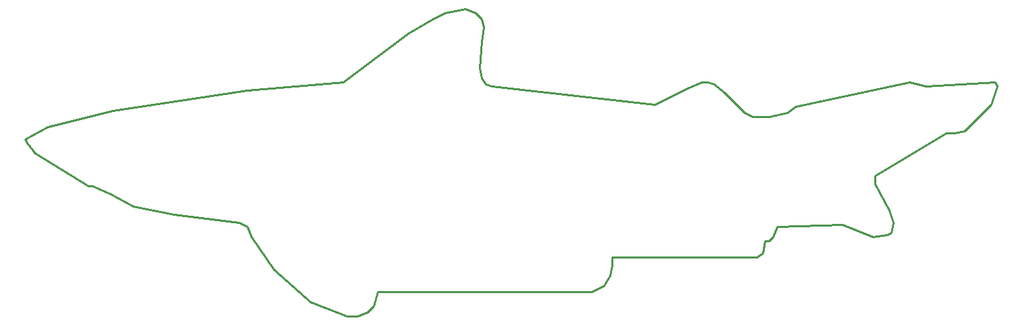
<source format=gko>
G04 ---------------------------- Layer name :KeepOutLayer *
G04 easyEDA 0.1*
G04 Scale: 100 percent, Rotated: No, Reflected: No *
G04 Dimensions in inches *
G04 leading zeros omitted , absolute positions ,2 integer and 4 * 
%FSLAX24Y24*%
%MOIN*%
G90*
G70D02*

%ADD10C,0.010000*%
G54D10*
G01X500Y8000D02*
G01X100Y8500D01*
G01X0Y8700D01*
G01X1100Y9300D01*
G01X4300Y10100D01*
G01X10900Y11100D01*
G01X15600Y11500D01*
G01X17200Y12700D01*
G01X18800Y13900D01*
G01X20000Y14600D01*
G01X20600Y14900D01*
G01X21100Y15000D01*
G01X21600Y15100D01*
G01X22100Y14900D01*
G01X22400Y14600D01*
G01X22500Y14200D01*
G01X22400Y13500D01*
G01X22300Y12200D01*
G01X22400Y11700D01*
G01X22600Y11400D01*
G01X22900Y11300D01*
G01X30900Y10400D01*
G01X32500Y11200D01*
G01X33200Y11500D01*
G01X33500Y11500D01*
G01X33800Y11400D01*
G01X34300Y11000D01*
G01X35300Y10000D01*
G01X35700Y9800D01*
G01X36500Y9800D01*
G01X37400Y10000D01*
G01X37800Y10300D01*
G01X43400Y11500D01*
G01X44200Y11300D01*
G01X47600Y11500D01*
G01X47700Y11300D01*
G01X47400Y10400D01*
G01X46100Y9100D01*
G01X45600Y9000D01*
G01X45200Y9000D01*
G01X41700Y6900D01*
G01X41700Y6500D01*
G01X42400Y5200D01*
G01X42600Y4600D01*
G01X42500Y4100D01*
G01X42300Y4000D01*
G01X41600Y3900D01*
G01X40100Y4500D01*
G01X36900Y4400D01*
G01X36700Y3900D01*
G01X36500Y3700D01*
G01X36300Y3700D01*
G01X36200Y3100D01*
G01X35900Y2900D01*
G01X28800Y2900D01*
G01X28800Y2500D01*
G01X28700Y2000D01*
G01X28400Y1500D01*
G01X27800Y1200D01*
G01X17300Y1200D01*
G01X17100Y500D01*
G01X16800Y200D01*
G01X16300Y0D01*
G01X15800Y0D01*
G01X14000Y700D01*
G01X12200Y2300D01*
G01X11100Y3900D01*
G01X10900Y4400D01*
G01X10500Y4600D01*
G01X7300Y5000D01*
G01X5300Y5400D01*
G01X4200Y6000D01*
G01X3300Y6400D01*
G01X3100Y6400D01*
G01X500Y8000D01*
G01X400Y8100D01*

%LPD*%

M00*
M02*
</source>
